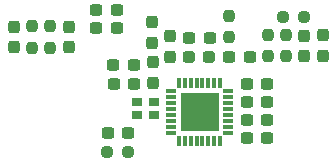
<source format=gtp>
G04 #@! TF.GenerationSoftware,KiCad,Pcbnew,7.0.9*
G04 #@! TF.CreationDate,2024-04-03T14:27:43+02:00*
G04 #@! TF.ProjectId,NFC_Programmer,4e46435f-5072-46f6-9772-616d6d65722e,3.0*
G04 #@! TF.SameCoordinates,Original*
G04 #@! TF.FileFunction,Paste,Top*
G04 #@! TF.FilePolarity,Positive*
%FSLAX46Y46*%
G04 Gerber Fmt 4.6, Leading zero omitted, Abs format (unit mm)*
G04 Created by KiCad (PCBNEW 7.0.9) date 2024-04-03 14:27:43*
%MOMM*%
%LPD*%
G01*
G04 APERTURE LIST*
G04 Aperture macros list*
%AMRoundRect*
0 Rectangle with rounded corners*
0 $1 Rounding radius*
0 $2 $3 $4 $5 $6 $7 $8 $9 X,Y pos of 4 corners*
0 Add a 4 corners polygon primitive as box body*
4,1,4,$2,$3,$4,$5,$6,$7,$8,$9,$2,$3,0*
0 Add four circle primitives for the rounded corners*
1,1,$1+$1,$2,$3*
1,1,$1+$1,$4,$5*
1,1,$1+$1,$6,$7*
1,1,$1+$1,$8,$9*
0 Add four rect primitives between the rounded corners*
20,1,$1+$1,$2,$3,$4,$5,0*
20,1,$1+$1,$4,$5,$6,$7,0*
20,1,$1+$1,$6,$7,$8,$9,0*
20,1,$1+$1,$8,$9,$2,$3,0*%
G04 Aperture macros list end*
%ADD10RoundRect,0.237500X-0.237500X0.250000X-0.237500X-0.250000X0.237500X-0.250000X0.237500X0.250000X0*%
%ADD11RoundRect,0.237500X0.300000X0.237500X-0.300000X0.237500X-0.300000X-0.237500X0.300000X-0.237500X0*%
%ADD12RoundRect,0.237500X0.237500X-0.250000X0.237500X0.250000X-0.237500X0.250000X-0.237500X-0.250000X0*%
%ADD13RoundRect,0.237500X0.237500X-0.287500X0.237500X0.287500X-0.237500X0.287500X-0.237500X-0.287500X0*%
%ADD14R,0.900000X0.800000*%
%ADD15RoundRect,0.237500X0.237500X-0.300000X0.237500X0.300000X-0.237500X0.300000X-0.237500X-0.300000X0*%
%ADD16RoundRect,0.237500X-0.237500X0.300000X-0.237500X-0.300000X0.237500X-0.300000X0.237500X0.300000X0*%
%ADD17R,0.850000X0.300000*%
%ADD18R,0.300000X0.850000*%
%ADD19R,3.250000X3.250000*%
%ADD20RoundRect,0.237500X-0.300000X-0.237500X0.300000X-0.237500X0.300000X0.237500X-0.300000X0.237500X0*%
%ADD21RoundRect,0.237500X-0.250000X-0.237500X0.250000X-0.237500X0.250000X0.237500X-0.250000X0.237500X0*%
%ADD22RoundRect,0.237500X-0.287500X-0.237500X0.287500X-0.237500X0.287500X0.237500X-0.287500X0.237500X0*%
%ADD23RoundRect,0.237500X0.250000X0.237500X-0.250000X0.237500X-0.250000X-0.237500X0.250000X-0.237500X0*%
G04 APERTURE END LIST*
D10*
X150813750Y-94545000D03*
X150813750Y-96370000D03*
D11*
X147696750Y-96380000D03*
X145971750Y-96380000D03*
D12*
X145994250Y-94742500D03*
X145994250Y-92917500D03*
D11*
X137886750Y-97110000D03*
X136161750Y-97110000D03*
D13*
X140994250Y-96385000D03*
X140994250Y-94635000D03*
D11*
X136462500Y-93970000D03*
X134737500Y-93970000D03*
D14*
X139571750Y-100230000D03*
X138171750Y-100230000D03*
X138171750Y-101330000D03*
X139571750Y-101330000D03*
D15*
X139504250Y-98602500D03*
X139504250Y-96877500D03*
D16*
X139464250Y-93467500D03*
X139464250Y-95192500D03*
D17*
X145914250Y-102820000D03*
X145914250Y-102320000D03*
X145914250Y-101820000D03*
X145914250Y-101320000D03*
X145914250Y-100820000D03*
X145914250Y-100320000D03*
X145914250Y-99820000D03*
X145914250Y-99320000D03*
D18*
X145214250Y-98620000D03*
X144714250Y-98620000D03*
X144214250Y-98620000D03*
X143714250Y-98620000D03*
X143214250Y-98620000D03*
X142714250Y-98620000D03*
X142214250Y-98620000D03*
X141714250Y-98620000D03*
D17*
X141014250Y-99320000D03*
X141014250Y-99820000D03*
X141014250Y-100320000D03*
X141014250Y-100820000D03*
X141014250Y-101320000D03*
X141014250Y-101820000D03*
X141014250Y-102320000D03*
X141014250Y-102820000D03*
D18*
X141714250Y-103520000D03*
X142214250Y-103520000D03*
X142714250Y-103520000D03*
X143214250Y-103520000D03*
X143714250Y-103520000D03*
X144214250Y-103520000D03*
X144714250Y-103520000D03*
X145214250Y-103520000D03*
D19*
X143464250Y-101070000D03*
D10*
X130835000Y-93800000D03*
X130835000Y-95625000D03*
D15*
X152344250Y-96320000D03*
X152344250Y-94595000D03*
D11*
X136462500Y-92400000D03*
X134737500Y-92400000D03*
D20*
X147445000Y-98700000D03*
X149170000Y-98700000D03*
X147445000Y-100220000D03*
X149170000Y-100220000D03*
D12*
X149283250Y-96370000D03*
X149283250Y-94545000D03*
D16*
X153904250Y-94587500D03*
X153904250Y-96312500D03*
D20*
X147445000Y-101740000D03*
X149170000Y-101740000D03*
D10*
X129285000Y-93800000D03*
X129285000Y-95625000D03*
D21*
X150522500Y-92990000D03*
X152347500Y-92990000D03*
D16*
X132385000Y-93850000D03*
X132385000Y-95575000D03*
D15*
X127725000Y-95575000D03*
X127725000Y-93850000D03*
D11*
X137400000Y-102890000D03*
X135675000Y-102890000D03*
D22*
X142544250Y-96400000D03*
X144294250Y-96400000D03*
D23*
X137450000Y-104420000D03*
X135625000Y-104420000D03*
D20*
X142609250Y-94790000D03*
X144334250Y-94790000D03*
D11*
X137926750Y-98680000D03*
X136201750Y-98680000D03*
D20*
X147445000Y-103260000D03*
X149170000Y-103260000D03*
M02*

</source>
